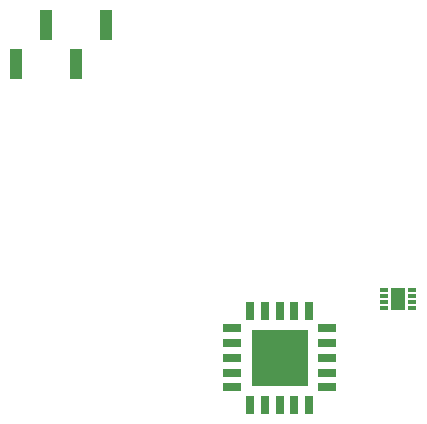
<source format=gbp>
G04*
G04 #@! TF.GenerationSoftware,Altium Limited,Altium Designer,20.0.13 (296)*
G04*
G04 Layer_Color=128*
%FSTAX42Y42*%
%MOMM*%
G71*
G01*
G75*
%ADD66R,1.20X1.90*%
%ADD67R,0.80X0.30*%
%ADD68R,1.00X2.51*%
%ADD69R,1.50X0.80*%
%ADD70R,0.80X1.50*%
%ADD71R,4.80X4.80*%
D66*
X012514Y009466D02*
D03*
D67*
X012633Y009391D02*
D03*
Y009441D02*
D03*
Y009491D02*
D03*
Y009541D02*
D03*
X012393D02*
D03*
Y009491D02*
D03*
Y009441D02*
D03*
Y009391D02*
D03*
D68*
X009282Y011451D02*
D03*
X009536Y011782D02*
D03*
X00979Y011451D02*
D03*
X010044Y011782D02*
D03*
D69*
X011114Y008716D02*
D03*
Y008841D02*
D03*
Y008966D02*
D03*
Y009091D02*
D03*
Y009216D02*
D03*
X011914D02*
D03*
Y009091D02*
D03*
Y008966D02*
D03*
Y008841D02*
D03*
Y008716D02*
D03*
D70*
X011264Y009366D02*
D03*
X011389D02*
D03*
X011514D02*
D03*
X011639D02*
D03*
X011764D02*
D03*
Y008566D02*
D03*
X011639D02*
D03*
X011514D02*
D03*
X011389D02*
D03*
X011264D02*
D03*
D71*
X011514Y008966D02*
D03*
M02*

</source>
